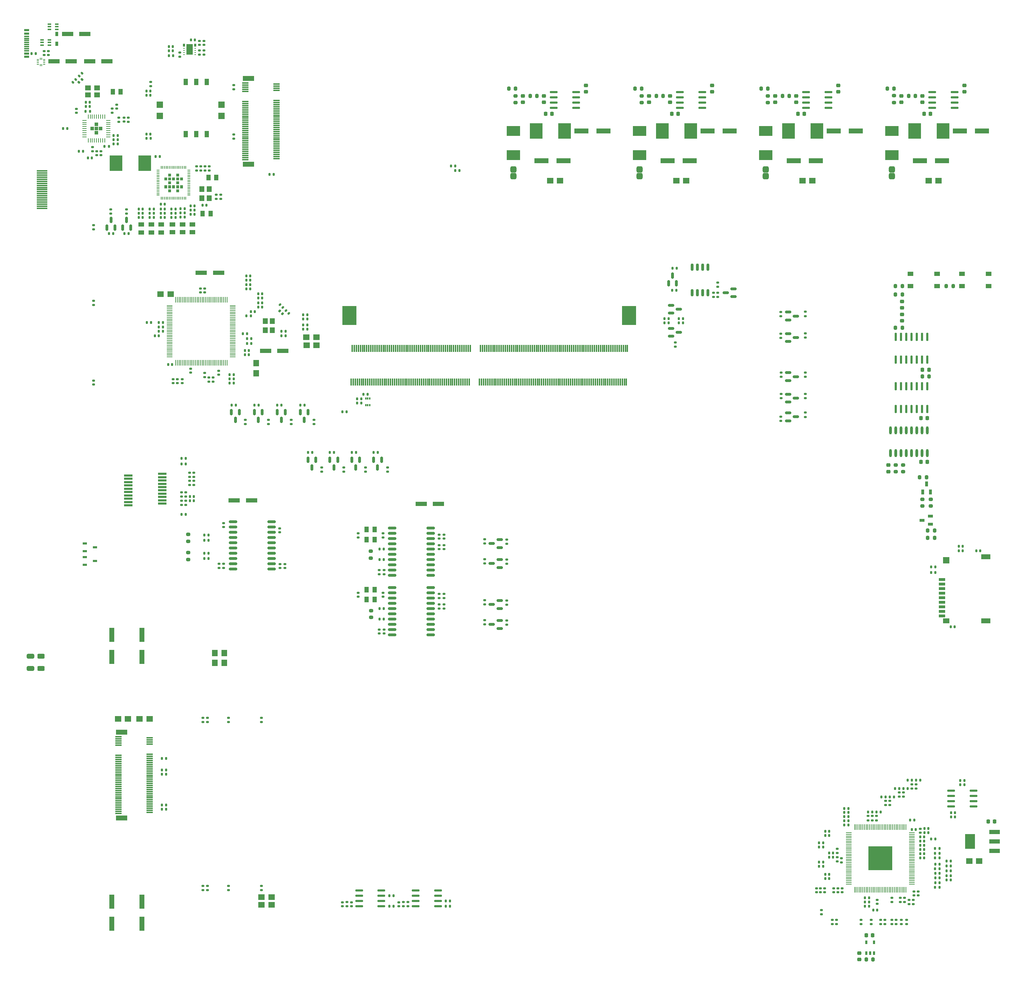
<source format=gtp>
%TF.GenerationSoftware,KiCad,Pcbnew,7.0.8-7.0.8~ubuntu22.04.1*%
%TF.CreationDate,2023-11-07T10:09:23+02:00*%
%TF.ProjectId,Tangenta,54616e67-656e-4746-912e-6b696361645f,rev?*%
%TF.SameCoordinates,Original*%
%TF.FileFunction,Paste,Top*%
%TF.FilePolarity,Positive*%
%FSLAX46Y46*%
G04 Gerber Fmt 4.6, Leading zero omitted, Abs format (unit mm)*
G04 Created by KiCad (PCBNEW 7.0.8-7.0.8~ubuntu22.04.1) date 2023-11-07 10:09:23*
%MOMM*%
%LPD*%
G01*
G04 APERTURE LIST*
G04 Aperture macros list*
%AMRoundRect*
0 Rectangle with rounded corners*
0 $1 Rounding radius*
0 $2 $3 $4 $5 $6 $7 $8 $9 X,Y pos of 4 corners*
0 Add a 4 corners polygon primitive as box body*
4,1,4,$2,$3,$4,$5,$6,$7,$8,$9,$2,$3,0*
0 Add four circle primitives for the rounded corners*
1,1,$1+$1,$2,$3*
1,1,$1+$1,$4,$5*
1,1,$1+$1,$6,$7*
1,1,$1+$1,$8,$9*
0 Add four rect primitives between the rounded corners*
20,1,$1+$1,$2,$3,$4,$5,0*
20,1,$1+$1,$4,$5,$6,$7,0*
20,1,$1+$1,$6,$7,$8,$9,0*
20,1,$1+$1,$8,$9,$2,$3,0*%
G04 Aperture macros list end*
%ADD10C,0.100000*%
%ADD11RoundRect,0.135000X-0.135000X-0.185000X0.135000X-0.185000X0.135000X0.185000X-0.135000X0.185000X0*%
%ADD12RoundRect,0.140000X-0.140000X-0.170000X0.140000X-0.170000X0.140000X0.170000X-0.140000X0.170000X0*%
%ADD13RoundRect,0.140000X0.170000X-0.140000X0.170000X0.140000X-0.170000X0.140000X-0.170000X-0.140000X0*%
%ADD14RoundRect,0.225000X-0.225000X-0.250000X0.225000X-0.250000X0.225000X0.250000X-0.225000X0.250000X0*%
%ADD15RoundRect,0.135000X0.185000X-0.135000X0.185000X0.135000X-0.185000X0.135000X-0.185000X-0.135000X0*%
%ADD16RoundRect,0.140000X-0.170000X0.140000X-0.170000X-0.140000X0.170000X-0.140000X0.170000X0.140000X0*%
%ADD17RoundRect,0.135000X-0.185000X0.135000X-0.185000X-0.135000X0.185000X-0.135000X0.185000X0.135000X0*%
%ADD18RoundRect,0.225000X-0.250000X0.225000X-0.250000X-0.225000X0.250000X-0.225000X0.250000X0.225000X0*%
%ADD19RoundRect,0.225000X0.250000X-0.225000X0.250000X0.225000X-0.250000X0.225000X-0.250000X-0.225000X0*%
%ADD20R,0.916002X0.350013*%
%ADD21R,1.377013X1.132537*%
%ADD22RoundRect,0.140000X0.140000X0.170000X-0.140000X0.170000X-0.140000X-0.170000X0.140000X-0.170000X0*%
%ADD23RoundRect,0.200000X0.200000X0.275000X-0.200000X0.275000X-0.200000X-0.275000X0.200000X-0.275000X0*%
%ADD24R,1.132537X1.377013*%
%ADD25O,0.200000X1.500000*%
%ADD26O,1.500000X0.200000*%
%ADD27R,5.800000X5.800000*%
%ADD28R,2.800000X1.100000*%
%ADD29RoundRect,0.150000X-0.587500X-0.150000X0.587500X-0.150000X0.587500X0.150000X-0.587500X0.150000X0*%
%ADD30RoundRect,0.365853X-0.384147X0.384147X-0.384147X-0.384147X0.384147X-0.384147X0.384147X0.384147X0*%
%ADD31R,2.000000X0.500000*%
%ADD32R,1.500000X1.358903*%
%ADD33R,1.024994X0.280010*%
%ADD34R,0.280010X1.024994*%
%ADD35R,0.850000X0.850000*%
%ADD36R,3.500000X1.200000*%
%ADD37R,1.550000X0.300000*%
%ADD38R,2.750000X1.200000*%
%ADD39RoundRect,0.135000X0.135000X0.185000X-0.135000X0.185000X-0.135000X-0.185000X0.135000X-0.185000X0*%
%ADD40R,1.600000X0.700000*%
%ADD41R,1.500000X1.200000*%
%ADD42R,2.200000X1.200000*%
%ADD43R,1.500000X1.600000*%
%ADD44R,1.200000X3.500000*%
%ADD45R,2.500000X1.100000*%
%ADD46R,2.340005X3.600000*%
%ADD47RoundRect,0.150000X0.875000X0.150000X-0.875000X0.150000X-0.875000X-0.150000X0.875000X-0.150000X0*%
%ADD48RoundRect,0.200000X0.275000X-0.200000X0.275000X0.200000X-0.275000X0.200000X-0.275000X-0.200000X0*%
%ADD49RoundRect,0.150000X-0.150000X0.587500X-0.150000X-0.587500X0.150000X-0.587500X0.150000X0.587500X0*%
%ADD50R,1.400000X1.100000*%
%ADD51R,0.300000X0.500000*%
%ADD52RoundRect,0.225000X0.225000X0.250000X-0.225000X0.250000X-0.225000X-0.250000X0.225000X-0.250000X0*%
%ADD53R,0.700000X1.250013*%
%ADD54R,1.200000X1.400000*%
%ADD55R,3.200000X2.400000*%
%ADD56R,0.300000X1.750000*%
%ADD57R,3.500000X4.600000*%
%ADD58O,0.200000X0.700000*%
%ADD59O,0.700000X0.200000*%
%ADD60R,1.358903X1.500000*%
%ADD61R,3.029997X3.820015*%
%ADD62RoundRect,0.200000X-0.200000X-0.275000X0.200000X-0.275000X0.200000X0.275000X-0.200000X0.275000X0*%
%ADD63RoundRect,0.140000X-0.219203X-0.021213X-0.021213X-0.219203X0.219203X0.021213X0.021213X0.219203X0*%
%ADD64RoundRect,0.150000X0.587500X0.150000X-0.587500X0.150000X-0.587500X-0.150000X0.587500X-0.150000X0*%
%ADD65O,0.602007X1.970993*%
%ADD66RoundRect,0.200000X-0.275000X0.200000X-0.275000X-0.200000X0.275000X-0.200000X0.275000X0.200000X0*%
%ADD67O,0.700000X1.800000*%
%ADD68RoundRect,0.140000X0.021213X-0.219203X0.219203X-0.021213X-0.021213X0.219203X-0.219203X0.021213X0*%
%ADD69R,1.070003X0.600000*%
%ADD70RoundRect,0.135000X-0.226274X-0.035355X-0.035355X-0.226274X0.226274X0.035355X0.035355X0.226274X0*%
%ADD71R,1.000000X1.500000*%
%ADD72R,1.600000X1.500000*%
%ADD73RoundRect,0.140000X-0.021213X0.219203X-0.219203X0.021213X0.021213X-0.219203X0.219203X-0.021213X0*%
%ADD74RoundRect,0.250000X-0.625000X0.312500X-0.625000X-0.312500X0.625000X-0.312500X0.625000X0.312500X0*%
%ADD75RoundRect,0.140000X0.219203X0.021213X0.021213X0.219203X-0.219203X-0.021213X-0.021213X-0.219203X0*%
%ADD76O,1.950216X0.568402*%
%ADD77R,0.500000X0.900000*%
%ADD78R,1.400000X1.200000*%
%ADD79R,0.200000X0.505004*%
%ADD80R,0.505004X0.200000*%
%ADD81RoundRect,0.150000X0.150000X-0.587500X0.150000X0.587500X-0.150000X0.587500X-0.150000X-0.587500X0*%
%ADD82R,0.750013X1.000000*%
%ADD83R,1.150013X0.600000*%
%ADD84R,1.150013X0.300000*%
%ADD85RoundRect,0.250000X0.650000X-0.325000X0.650000X0.325000X-0.650000X0.325000X-0.650000X-0.325000X0*%
%ADD86R,1.250013X0.700000*%
%ADD87R,2.600000X0.300000*%
%ADD88O,0.573990X2.037998*%
%ADD89R,1.459995X0.200000*%
%ADD90R,0.200000X1.459995*%
%ADD91RoundRect,0.135000X0.035355X-0.226274X0.226274X-0.035355X-0.035355X0.226274X-0.226274X0.035355X0*%
%ADD92R,0.500000X0.750013*%
%ADD93R,0.450013X0.250013*%
%ADD94R,1.500000X2.500000*%
G04 APERTURE END LIST*
D10*
X78714000Y-64823000D02*
X78114000Y-64823000D01*
X78114000Y-64223000D01*
X78714000Y-64223000D01*
X78714000Y-64823000D01*
G36*
X78714000Y-64823000D02*
G01*
X78114000Y-64823000D01*
X78114000Y-64223000D01*
X78714000Y-64223000D01*
X78714000Y-64823000D01*
G37*
X76814000Y-64823000D02*
X76214000Y-64823000D01*
X76214000Y-64223000D01*
X76814000Y-64223000D01*
X76814000Y-64823000D01*
G36*
X76814000Y-64823000D02*
G01*
X76214000Y-64823000D01*
X76214000Y-64223000D01*
X76814000Y-64223000D01*
X76814000Y-64823000D01*
G37*
X79664000Y-65773000D02*
X79064000Y-65773000D01*
X79064000Y-65173000D01*
X79664000Y-65173000D01*
X79664000Y-65773000D01*
G36*
X79664000Y-65773000D02*
G01*
X79064000Y-65773000D01*
X79064000Y-65173000D01*
X79664000Y-65173000D01*
X79664000Y-65773000D01*
G37*
X78714000Y-65773000D02*
X78114000Y-65773000D01*
X78114000Y-65173000D01*
X78714000Y-65173000D01*
X78714000Y-65773000D01*
G36*
X78714000Y-65773000D02*
G01*
X78114000Y-65773000D01*
X78114000Y-65173000D01*
X78714000Y-65173000D01*
X78714000Y-65773000D01*
G37*
X77764000Y-65773000D02*
X77164000Y-65773000D01*
X77164000Y-65173000D01*
X77764000Y-65173000D01*
X77764000Y-65773000D01*
G36*
X77764000Y-65773000D02*
G01*
X77164000Y-65773000D01*
X77164000Y-65173000D01*
X77764000Y-65173000D01*
X77764000Y-65773000D01*
G37*
X76814000Y-65773000D02*
X76214000Y-65773000D01*
X76214000Y-65173000D01*
X76814000Y-65173000D01*
X76814000Y-65773000D01*
G36*
X76814000Y-65773000D02*
G01*
X76214000Y-65773000D01*
X76214000Y-65173000D01*
X76814000Y-65173000D01*
X76814000Y-65773000D01*
G37*
X75864000Y-65773000D02*
X75264000Y-65773000D01*
X75264000Y-65173000D01*
X75864000Y-65173000D01*
X75864000Y-65773000D01*
G36*
X75864000Y-65773000D02*
G01*
X75264000Y-65773000D01*
X75264000Y-65173000D01*
X75864000Y-65173000D01*
X75864000Y-65773000D01*
G37*
X78714000Y-66723000D02*
X78114000Y-66723000D01*
X78114000Y-66123000D01*
X78714000Y-66123000D01*
X78714000Y-66723000D01*
G36*
X78714000Y-66723000D02*
G01*
X78114000Y-66723000D01*
X78114000Y-66123000D01*
X78714000Y-66123000D01*
X78714000Y-66723000D01*
G37*
X76814000Y-66723000D02*
X76214000Y-66723000D01*
X76214000Y-66123000D01*
X76814000Y-66123000D01*
X76814000Y-66723000D01*
G36*
X76814000Y-66723000D02*
G01*
X76214000Y-66723000D01*
X76214000Y-66123000D01*
X76814000Y-66123000D01*
X76814000Y-66723000D01*
G37*
X79664000Y-67673000D02*
X79064000Y-67673000D01*
X79064000Y-67073000D01*
X79664000Y-67073000D01*
X79664000Y-67673000D01*
G36*
X79664000Y-67673000D02*
G01*
X79064000Y-67673000D01*
X79064000Y-67073000D01*
X79664000Y-67073000D01*
X79664000Y-67673000D01*
G37*
X78714000Y-67673000D02*
X78114000Y-67673000D01*
X78114000Y-67073000D01*
X78714000Y-67073000D01*
X78714000Y-67673000D01*
G36*
X78714000Y-67673000D02*
G01*
X78114000Y-67673000D01*
X78114000Y-67073000D01*
X78714000Y-67073000D01*
X78714000Y-67673000D01*
G37*
X77764000Y-67673000D02*
X77164000Y-67673000D01*
X77164000Y-67073000D01*
X77764000Y-67073000D01*
X77764000Y-67673000D01*
G36*
X77764000Y-67673000D02*
G01*
X77164000Y-67673000D01*
X77164000Y-67073000D01*
X77764000Y-67073000D01*
X77764000Y-67673000D01*
G37*
X76814000Y-67673000D02*
X76214000Y-67673000D01*
X76214000Y-67073000D01*
X76814000Y-67073000D01*
X76814000Y-67673000D01*
G36*
X76814000Y-67673000D02*
G01*
X76214000Y-67673000D01*
X76214000Y-67073000D01*
X76814000Y-67073000D01*
X76814000Y-67673000D01*
G37*
X75864000Y-67673000D02*
X75264000Y-67673000D01*
X75264000Y-67073000D01*
X75864000Y-67073000D01*
X75864000Y-67673000D01*
G36*
X75864000Y-67673000D02*
G01*
X75264000Y-67673000D01*
X75264000Y-67073000D01*
X75864000Y-67073000D01*
X75864000Y-67673000D01*
G37*
X78714000Y-68623000D02*
X78114000Y-68623000D01*
X78114000Y-68023000D01*
X78714000Y-68023000D01*
X78714000Y-68623000D01*
G36*
X78714000Y-68623000D02*
G01*
X78114000Y-68623000D01*
X78114000Y-68023000D01*
X78714000Y-68023000D01*
X78714000Y-68623000D01*
G37*
X76814000Y-68623000D02*
X76214000Y-68623000D01*
X76214000Y-68023000D01*
X76814000Y-68023000D01*
X76814000Y-68623000D01*
G36*
X76814000Y-68623000D02*
G01*
X76214000Y-68623000D01*
X76214000Y-68023000D01*
X76814000Y-68023000D01*
X76814000Y-68623000D01*
G37*
D11*
X94204600Y-102920800D03*
X95224600Y-102920800D03*
D12*
X233454000Y-226009200D03*
X234414000Y-226009200D03*
D13*
X128324400Y-161056200D03*
X128324400Y-160096200D03*
D14*
X274283435Y-220853000D03*
X275833435Y-220853000D03*
D12*
X70944800Y-44246800D03*
X71904800Y-44246800D03*
D15*
X152677100Y-153661800D03*
X152677100Y-152641800D03*
D11*
X76327000Y-35687000D03*
X77347000Y-35687000D03*
D16*
X118287800Y-240390800D03*
X118287800Y-241350800D03*
D12*
X234927200Y-234696000D03*
X235887200Y-234696000D03*
D13*
X58191400Y-77670600D03*
X58191400Y-76710600D03*
D17*
X157960300Y-152718000D03*
X157960300Y-153738000D03*
D18*
X268599000Y-42887600D03*
X268599000Y-44437600D03*
D15*
X243611400Y-245670800D03*
X243611400Y-244650800D03*
D11*
X129604224Y-241350801D03*
X130624224Y-241350801D03*
D19*
X253486000Y-96662000D03*
X253486000Y-95112000D03*
D20*
X45700948Y-31862013D03*
X45700948Y-32512000D03*
X45700948Y-33161987D03*
X47517052Y-33161987D03*
X47517052Y-32512000D03*
X47517052Y-31862013D03*
D21*
X79629000Y-78410818D03*
X79629000Y-76478382D03*
D15*
X84836000Y-35433000D03*
X84836000Y-34413000D03*
D20*
X47478948Y-28052013D03*
X47478948Y-28702000D03*
X47478948Y-29351987D03*
X49295052Y-29351987D03*
X49295052Y-28702000D03*
X49295052Y-28052013D03*
D22*
X82550000Y-73025000D03*
X81590000Y-73025000D03*
D13*
X208991200Y-94002800D03*
X208991200Y-93042800D03*
D23*
X165284000Y-45466000D03*
X163634000Y-45466000D03*
D12*
X73939400Y-100253800D03*
X74899400Y-100253800D03*
D16*
X142797000Y-165864600D03*
X142797000Y-166824600D03*
D24*
X86437218Y-73886000D03*
X84504782Y-73886000D03*
D13*
X103249200Y-159560200D03*
X103249200Y-158600200D03*
D25*
X242022953Y-237386597D03*
X242423003Y-237386597D03*
X242823054Y-237386597D03*
X243223105Y-237386597D03*
X243623156Y-237386597D03*
X244023207Y-237386597D03*
X244423257Y-237386597D03*
X244823054Y-237386597D03*
X245223359Y-237386597D03*
X245623156Y-237386597D03*
X246023461Y-237386597D03*
X246423003Y-237386597D03*
X246823562Y-237386597D03*
X247223105Y-237386597D03*
X247623156Y-237386597D03*
X248023207Y-237386597D03*
X248423003Y-237386597D03*
X248823054Y-237386597D03*
X249223105Y-237386597D03*
X249622648Y-237386597D03*
X250023207Y-237386597D03*
X250422749Y-237386597D03*
X250823054Y-237386597D03*
X251222851Y-237386597D03*
X251623156Y-237386597D03*
X252022953Y-237386597D03*
X252423003Y-237386597D03*
X252823054Y-237386597D03*
X253223105Y-237386597D03*
X253623156Y-237386597D03*
X254023207Y-237386597D03*
X254423257Y-237386597D03*
D26*
X255822800Y-235987054D03*
X255822800Y-235587004D03*
X255822800Y-235186953D03*
X255822800Y-234786902D03*
X255822800Y-234386851D03*
X255822800Y-233986800D03*
X255822800Y-233586750D03*
X255822800Y-233186953D03*
X255822800Y-232786648D03*
X255822800Y-232386851D03*
X255822800Y-231986546D03*
X255822800Y-231587004D03*
X255822800Y-231186445D03*
X255822800Y-230786902D03*
X255822800Y-230386851D03*
X255822800Y-229986800D03*
X255822800Y-229587004D03*
X255822800Y-229186953D03*
X255822800Y-228786902D03*
X255822800Y-228387359D03*
X255822800Y-227986800D03*
X255822800Y-227587258D03*
X255822800Y-227186953D03*
X255822800Y-226787156D03*
X255822800Y-226386851D03*
X255822800Y-225987054D03*
X255822800Y-225587004D03*
X255822800Y-225186953D03*
X255822800Y-224786902D03*
X255822800Y-224386851D03*
X255822800Y-223986800D03*
X255822800Y-223586750D03*
D25*
X254423257Y-222187207D03*
X254023207Y-222187207D03*
X253623156Y-222187207D03*
X253223105Y-222187207D03*
X252823054Y-222187207D03*
X252423003Y-222187207D03*
X252022953Y-222187207D03*
X251623156Y-222187207D03*
X251222851Y-222187207D03*
X250823054Y-222187207D03*
X250422749Y-222187207D03*
X250023207Y-222187207D03*
X249622648Y-222187207D03*
X249223105Y-222187207D03*
X248823054Y-222187207D03*
X248423003Y-222187207D03*
X248023207Y-222187207D03*
X247623156Y-222187207D03*
X247223105Y-222187207D03*
X246823562Y-222187207D03*
X246423003Y-222187207D03*
X246023461Y-222187207D03*
X245623156Y-222187207D03*
X245223359Y-222187207D03*
X244823054Y-222187207D03*
X244423257Y-222187207D03*
X244023207Y-222187207D03*
X243623156Y-222187207D03*
X243223105Y-222187207D03*
X242823054Y-222187207D03*
X242423003Y-222187207D03*
X242022953Y-222187207D03*
D26*
X240623410Y-223586750D03*
X240623410Y-223986800D03*
X240623410Y-224386851D03*
X240623410Y-224786902D03*
X240623410Y-225186953D03*
X240623410Y-225587004D03*
X240623410Y-225987054D03*
X240623410Y-226386851D03*
X240623410Y-226787156D03*
X240623410Y-227186953D03*
X240623410Y-227587258D03*
X240623410Y-227986800D03*
X240623410Y-228387359D03*
X240623410Y-228786902D03*
X240623410Y-229186953D03*
X240623410Y-229587004D03*
X240623410Y-229986800D03*
X240623410Y-230386851D03*
X240623410Y-230786902D03*
X240623410Y-231186445D03*
X240623410Y-231587004D03*
X240623410Y-231986546D03*
X240623410Y-232386851D03*
X240623410Y-232786648D03*
X240623410Y-233186953D03*
X240623410Y-233586750D03*
X240623410Y-233986800D03*
X240623410Y-234386851D03*
X240623410Y-234786902D03*
X240623410Y-235186953D03*
X240623410Y-235587004D03*
X240623410Y-235987054D03*
D27*
X248223105Y-229786902D03*
D11*
X108760800Y-99339400D03*
X109780800Y-99339400D03*
D17*
X64262000Y-50673000D03*
X64262000Y-51693000D03*
D28*
X88383876Y-88214200D03*
X84183724Y-88214200D03*
D29*
X197662800Y-101636000D03*
X197662800Y-103536000D03*
X199537800Y-102586000D03*
D19*
X197479000Y-47003000D03*
X197479000Y-45453000D03*
D30*
X190113000Y-63200000D03*
X190113000Y-64830000D03*
D31*
X66537451Y-137214349D03*
X66537451Y-138014451D03*
X66537451Y-138814298D03*
X66537451Y-139614400D03*
X66537451Y-140414248D03*
X66537451Y-141214349D03*
X66537451Y-142014451D03*
X66537451Y-142814298D03*
X66537451Y-143614400D03*
X66537451Y-144414502D03*
X74737349Y-144014451D03*
X74737349Y-143214349D03*
X74737349Y-142414502D03*
X74737349Y-141614400D03*
X74737349Y-140814298D03*
X74737349Y-140014451D03*
X74737349Y-139214349D03*
X74737349Y-138414248D03*
X74737349Y-137614400D03*
X74737349Y-136814298D03*
D32*
X111994698Y-103784400D03*
X109594902Y-103784400D03*
D15*
X62349000Y-73916000D03*
X62349000Y-72896000D03*
D33*
X56001000Y-51333873D03*
X56001000Y-51834000D03*
X56001000Y-52333873D03*
X56001000Y-52834000D03*
X56001000Y-53333873D03*
X56001000Y-53834000D03*
X56001000Y-54333873D03*
X56001000Y-54834000D03*
X56001000Y-55333873D03*
D34*
X56863586Y-56196459D03*
X57363459Y-56196459D03*
X57863586Y-56196459D03*
X58363459Y-56196459D03*
X58863586Y-56196459D03*
X59363459Y-56196459D03*
X59863586Y-56196459D03*
X60363459Y-56196459D03*
X60863586Y-56196459D03*
D33*
X61726172Y-55333873D03*
X61726172Y-54834000D03*
X61726172Y-54333873D03*
X61726172Y-53834000D03*
X61726172Y-53333873D03*
X61726172Y-52834000D03*
X61726172Y-52333873D03*
X61726172Y-51834000D03*
X61726172Y-51333873D03*
D34*
X60863586Y-50471287D03*
X60363459Y-50471287D03*
X59863586Y-50471287D03*
X59363459Y-50471287D03*
X58863586Y-50471287D03*
X58363459Y-50471287D03*
X57863586Y-50471287D03*
X57363459Y-50471287D03*
X56863586Y-50471287D03*
D35*
X58863586Y-52333873D03*
X59863586Y-53333873D03*
X58863586Y-53333873D03*
X57863586Y-53333873D03*
X58863586Y-54333873D03*
D36*
X242313053Y-53949600D03*
X236972947Y-53949600D03*
D11*
X108762800Y-101828600D03*
X109782800Y-101828600D03*
X129604224Y-238785401D03*
X130624224Y-238785401D03*
D29*
X197662800Y-96048000D03*
X197662800Y-97948000D03*
X199537800Y-96998000D03*
D37*
X64179000Y-218903600D03*
X71729000Y-218653600D03*
X64179000Y-218403600D03*
X71729000Y-218153600D03*
X64179000Y-217903600D03*
X71729000Y-217653600D03*
X64179000Y-217403600D03*
X71729000Y-217153600D03*
X64179000Y-216903600D03*
X71729000Y-216653600D03*
X64179000Y-216403600D03*
X71729000Y-216153600D03*
X64179000Y-215903600D03*
X71729000Y-215653600D03*
X64179000Y-215403600D03*
X71729000Y-215153600D03*
X64179000Y-214903600D03*
X71729000Y-214653600D03*
X64179000Y-214403600D03*
X71729000Y-214153600D03*
X64179000Y-213903600D03*
X71729000Y-213653600D03*
X64179000Y-213403600D03*
X71729000Y-213153600D03*
X64179000Y-212903600D03*
X71729000Y-212653600D03*
X64179000Y-212403600D03*
X71729000Y-212153600D03*
X64179000Y-211903600D03*
X71729000Y-211653600D03*
X64179000Y-211403600D03*
X71729000Y-211153600D03*
X64179000Y-210903600D03*
X71729000Y-210653600D03*
X64179000Y-210403600D03*
X71729000Y-210153600D03*
X64179000Y-209903600D03*
X71729000Y-209653600D03*
X64179000Y-209403600D03*
X71729000Y-209153600D03*
X64179000Y-208903600D03*
X71729000Y-208653600D03*
X64179000Y-208403600D03*
X71729000Y-208153600D03*
X64179000Y-207903600D03*
X71729000Y-207653600D03*
X64179000Y-207403600D03*
X71729000Y-207153600D03*
X64179000Y-206903600D03*
X71729000Y-206653600D03*
X64179000Y-206403600D03*
X71729000Y-206153600D03*
X64179000Y-205903600D03*
X71729000Y-205653600D03*
X64179000Y-205403600D03*
X71729000Y-205153600D03*
X64179000Y-204903600D03*
X71729000Y-204653600D03*
X64179000Y-202403600D03*
X71729000Y-202153600D03*
X64179000Y-201903600D03*
X71729000Y-201653600D03*
X64179000Y-201403600D03*
X71729000Y-201153600D03*
X64179000Y-200903600D03*
X71729000Y-200653600D03*
X64179000Y-200403600D03*
D38*
X64953000Y-220003600D03*
X64953000Y-199303600D03*
D39*
X122834400Y-118668800D03*
X121814400Y-118668800D03*
D13*
X78994000Y-35941000D03*
X78994000Y-34981000D03*
D16*
X142802400Y-151513600D03*
X142802400Y-152473600D03*
D12*
X265229400Y-173812200D03*
X266189400Y-173812200D03*
D13*
X122096000Y-166522400D03*
X122096000Y-165562400D03*
D16*
X134102024Y-240383241D03*
X134102024Y-241343241D03*
D39*
X262511000Y-229666800D03*
X261491000Y-229666800D03*
D13*
X237007400Y-237970000D03*
X237007400Y-237010000D03*
D40*
X263143910Y-162342064D03*
X263143910Y-163441886D03*
X263143910Y-164541962D03*
X263143910Y-165642038D03*
X263143910Y-166742114D03*
X263143910Y-167841936D03*
X263143910Y-168942013D03*
X263143910Y-170042089D03*
X263143910Y-171141911D03*
D41*
X264143910Y-172342064D03*
D42*
X273744114Y-172342064D03*
D43*
X264143910Y-157742114D03*
D42*
X273744114Y-156841936D03*
D39*
X80418400Y-133096000D03*
X79398400Y-133096000D03*
D15*
X237642400Y-245670800D03*
X237642400Y-244650800D03*
D24*
X126038400Y-152704800D03*
X124105964Y-152704800D03*
D15*
X252069600Y-245668800D03*
X252069600Y-244648800D03*
D44*
X69844000Y-240282947D03*
X69844000Y-245623053D03*
D39*
X262511000Y-228574600D03*
X261491000Y-228574600D03*
D24*
X126034018Y-164797800D03*
X124101582Y-164797800D03*
D45*
X275867564Y-227978975D03*
X275867564Y-225679000D03*
X275867564Y-223379025D03*
D46*
X269927635Y-225679000D03*
D11*
X74668000Y-205615000D03*
X75688000Y-205615000D03*
D47*
X139627400Y-161366200D03*
X139627400Y-160096200D03*
X139627400Y-158826200D03*
X139627400Y-157556200D03*
X139627400Y-156286200D03*
X139627400Y-155016200D03*
X139627400Y-153746200D03*
X139627400Y-152476200D03*
X139627400Y-151206200D03*
X139627400Y-149936200D03*
X130327400Y-149936200D03*
X130327400Y-151206200D03*
X130327400Y-152476200D03*
X130327400Y-153746200D03*
X130327400Y-155016200D03*
X130327400Y-156286200D03*
X130327400Y-157556200D03*
X130327400Y-158826200D03*
X130327400Y-160096200D03*
X130327400Y-161366200D03*
D17*
X250514200Y-215898000D03*
X250514200Y-216918000D03*
D16*
X103124000Y-150015000D03*
X103124000Y-150975000D03*
D17*
X81356200Y-136521000D03*
X81356200Y-137541000D03*
D13*
X81584800Y-112367000D03*
X81584800Y-111407000D03*
D15*
X251053600Y-245670800D03*
X251053600Y-244650800D03*
D37*
X94792000Y-60812000D03*
X102342000Y-60562000D03*
X94792000Y-60312000D03*
X102342000Y-60062000D03*
X94792000Y-59812000D03*
X102342000Y-59562000D03*
X94792000Y-59312000D03*
X102342000Y-59062000D03*
X94792000Y-58812000D03*
X102342000Y-58562000D03*
X94792000Y-58312000D03*
X102342000Y-58062000D03*
X94792000Y-57812000D03*
X102342000Y-57562000D03*
X94792000Y-57312000D03*
X102342000Y-57062000D03*
X94792000Y-56812000D03*
X102342000Y-56562000D03*
X94792000Y-56312000D03*
X102342000Y-56062000D03*
X94792000Y-55812000D03*
X102342000Y-55562000D03*
X94792000Y-55312000D03*
X102342000Y-55062000D03*
X94792000Y-54812000D03*
X102342000Y-54562000D03*
X94792000Y-54312000D03*
X102342000Y-54062000D03*
X94792000Y-53812000D03*
X102342000Y-53562000D03*
X94792000Y-53312000D03*
X102342000Y-53062000D03*
X94792000Y-52812000D03*
X102342000Y-52562000D03*
X94792000Y-52312000D03*
X102342000Y-52062000D03*
X94792000Y-51812000D03*
X102342000Y-51562000D03*
X94792000Y-51312000D03*
X102342000Y-51062000D03*
X94792000Y-50812000D03*
X102342000Y-50562000D03*
X94792000Y-50312000D03*
X102342000Y-50062000D03*
X94792000Y-49812000D03*
X102342000Y-49562000D03*
X94792000Y-49312000D03*
X102342000Y-49062000D03*
X94792000Y-48812000D03*
X102342000Y-48562000D03*
X94792000Y-48312000D03*
X102342000Y-48062000D03*
X94792000Y-47812000D03*
X102342000Y-47562000D03*
X94792000Y-47312000D03*
X102342000Y-47062000D03*
X94792000Y-46812000D03*
X102342000Y-46562000D03*
X94792000Y-44312000D03*
X102342000Y-44062000D03*
X94792000Y-43812000D03*
X102342000Y-43562000D03*
X94792000Y-43312000D03*
X102342000Y-43062000D03*
X94792000Y-42812000D03*
X102342000Y-42562000D03*
X94792000Y-42312000D03*
D38*
X95566000Y-61912000D03*
X95566000Y-41212000D03*
D11*
X120546400Y-131673600D03*
X121566400Y-131673600D03*
D12*
X97919600Y-96520000D03*
X98879600Y-96520000D03*
D48*
X260423000Y-144593038D03*
X260423000Y-142943038D03*
D49*
X109992200Y-121896900D03*
X108092200Y-121896900D03*
X109042200Y-123771900D03*
D21*
X74506000Y-78421218D03*
X74506000Y-76488782D03*
D11*
X115263200Y-131673600D03*
X116283200Y-131673600D03*
D12*
X239550000Y-219710000D03*
X240510000Y-219710000D03*
D23*
X261360000Y-150497000D03*
X259710000Y-150497000D03*
D32*
X69279102Y-196090000D03*
X71678898Y-196090000D03*
D50*
X255498600Y-88440000D03*
X261998472Y-88440000D03*
X255498600Y-91440000D03*
X261998472Y-91440000D03*
D51*
X124909200Y-118630825D03*
X124409200Y-118630825D03*
X123909200Y-118630825D03*
X123909200Y-120230775D03*
X124409200Y-120230775D03*
X124909200Y-120230775D03*
D48*
X258391000Y-144593038D03*
X258391000Y-142943038D03*
D12*
X233454000Y-231698800D03*
X234414000Y-231698800D03*
D22*
X70033000Y-74837782D03*
X69073000Y-74837782D03*
X258848800Y-225602800D03*
X257888800Y-225602800D03*
D17*
X118618000Y-135255000D03*
X118618000Y-136275000D03*
D22*
X268170600Y-154330400D03*
X267210600Y-154330400D03*
D39*
X101723000Y-64391000D03*
X100703000Y-64391000D03*
X92000800Y-114858800D03*
X90980800Y-114858800D03*
D12*
X244551200Y-241376200D03*
X245511200Y-241376200D03*
X235886400Y-229491000D03*
X236846400Y-229491000D03*
X74407000Y-71613000D03*
X75367000Y-71613000D03*
D15*
X230149400Y-98655600D03*
X230149400Y-97635600D03*
D11*
X60831000Y-57658000D03*
X61851000Y-57658000D03*
D12*
X50828000Y-53340000D03*
X51788000Y-53340000D03*
X70944800Y-45262800D03*
X71904800Y-45262800D03*
D15*
X224231200Y-103915400D03*
X224231200Y-102895400D03*
D12*
X239550000Y-217703400D03*
X240510000Y-217703400D03*
D15*
X152681700Y-173230000D03*
X152681700Y-172210000D03*
D11*
X127252000Y-169367200D03*
X128272000Y-169367200D03*
D12*
X76975000Y-72805782D03*
X77935000Y-72805782D03*
D52*
X199397000Y-49758600D03*
X197847000Y-49758600D03*
D39*
X75688000Y-217934000D03*
X74668000Y-217934000D03*
D18*
X238119000Y-42887600D03*
X238119000Y-44437600D03*
D17*
X238861600Y-229739000D03*
X238861600Y-230759000D03*
X246323200Y-219555600D03*
X246323200Y-220575600D03*
D15*
X152679400Y-168393800D03*
X152679400Y-167373800D03*
D16*
X142797000Y-168404600D03*
X142797000Y-169364600D03*
D39*
X66669000Y-78742000D03*
X65649000Y-78742000D03*
D53*
X258457038Y-141212038D03*
X260356962Y-141212038D03*
X259407000Y-139212038D03*
D32*
X98755200Y-241048000D03*
X101154996Y-241048000D03*
D39*
X248357200Y-218543600D03*
X247337200Y-218543600D03*
D22*
X85443000Y-71854000D03*
X84483000Y-71854000D03*
D11*
X109954600Y-131673600D03*
X110974600Y-131673600D03*
D15*
X198748400Y-106095200D03*
X198748400Y-105075200D03*
X81356200Y-139498800D03*
X81356200Y-138478800D03*
D17*
X157964900Y-172288200D03*
X157964900Y-173308200D03*
D13*
X58928000Y-59789000D03*
X58928000Y-58829000D03*
D12*
X260555800Y-160705800D03*
X261515800Y-160705800D03*
D39*
X198960200Y-92458300D03*
X197940200Y-92458300D03*
D11*
X198016400Y-87124300D03*
X199036400Y-87124300D03*
D32*
X66471898Y-196090000D03*
X64072102Y-196090000D03*
D11*
X103579200Y-103428800D03*
X104599200Y-103428800D03*
D13*
X78359000Y-114904400D03*
X78359000Y-113944400D03*
D48*
X125196600Y-171513000D03*
X125196600Y-169863000D03*
D15*
X80416400Y-142320200D03*
X80416400Y-141300200D03*
D17*
X83058000Y-62482000D03*
X83058000Y-63502000D03*
X90754200Y-236474000D03*
X90754200Y-237494000D03*
D54*
X99683187Y-99890324D03*
X99683187Y-102090476D03*
X101383213Y-102090476D03*
X101383213Y-99890324D03*
D19*
X227959000Y-47003000D03*
X227959000Y-45453000D03*
D55*
X251073000Y-53949594D03*
X251073000Y-59791606D03*
D13*
X59944000Y-59789000D03*
X59944000Y-58829000D03*
D16*
X141659400Y-154053600D03*
X141659400Y-155013600D03*
X120462224Y-240390801D03*
X120462224Y-241350801D03*
D11*
X118311200Y-121818400D03*
X119331200Y-121818400D03*
D12*
X79177000Y-74753218D03*
X80137000Y-74753218D03*
D39*
X80418400Y-146583400D03*
X79398400Y-146583400D03*
D16*
X47244000Y-34572000D03*
X47244000Y-35532000D03*
D56*
X187148000Y-106454000D03*
X186898000Y-114654000D03*
X186648000Y-106454000D03*
X186398000Y-114654000D03*
X186148000Y-106454000D03*
X185898000Y-114654000D03*
X185648000Y-106454000D03*
X185398000Y-114654000D03*
X185148000Y-106454000D03*
X184898000Y-114654000D03*
X184648000Y-106454000D03*
X184398000Y-114654000D03*
X184148000Y-106454000D03*
X183898000Y-114654000D03*
X183648000Y-106454000D03*
X183398000Y-114654000D03*
X183148000Y-106454000D03*
X182898000Y-114654000D03*
X182648000Y-106454000D03*
X182398000Y-114654000D03*
X182148000Y-106454000D03*
X181898000Y-114654000D03*
X181648000Y-106454000D03*
X181398000Y-114654000D03*
X181148000Y-106454000D03*
X180898000Y-114654000D03*
X180648000Y-106454000D03*
X180398000Y-114654000D03*
X180148000Y-106454000D03*
X179898000Y-114654000D03*
X179648000Y-106454000D03*
X179398000Y-114654000D03*
X179148000Y-106454000D03*
X178898000Y-114654000D03*
X178648000Y-106454000D03*
X178398000Y-114654000D03*
X178148000Y-106454000D03*
X177898000Y-114654000D03*
X177648000Y-106454000D03*
X177398000Y-114654000D03*
X177148000Y-106454000D03*
X176898000Y-114654000D03*
X176648000Y-106454000D03*
X176398000Y-114654000D03*
X176148000Y-106454000D03*
X175898000Y-114654000D03*
X175648000Y-106454000D03*
X175398000Y-114654000D03*
X175148000Y-106454000D03*
X174898000Y-114654000D03*
X174648000Y-106454000D03*
X174398000Y-114654000D03*
X174148000Y-106454000D03*
X173898000Y-114654000D03*
X173648000Y-106454000D03*
X173398000Y-114654000D03*
X173148000Y-106454000D03*
X172898000Y-114654000D03*
X172648000Y-106454000D03*
X172398000Y-114654000D03*
X172148000Y-106454000D03*
X171898000Y-114654000D03*
X171648000Y-106454000D03*
X171398000Y-114654000D03*
X171148000Y-106454000D03*
X170898000Y-114654000D03*
X170648000Y-106454000D03*
X170398000Y-114654000D03*
X170148000Y-106454000D03*
X169898000Y-114654000D03*
X169648000Y-106454000D03*
X169398000Y-114654000D03*
X169148000Y-106454000D03*
X168898000Y-114654000D03*
X168648000Y-106454000D03*
X168398000Y-114654000D03*
X168148000Y-106454000D03*
X167898000Y-114654000D03*
X167648000Y-106454000D03*
X167398000Y-114654000D03*
X167148000Y-106454000D03*
X166898000Y-114654000D03*
X166648000Y-106454000D03*
X166398000Y-114654000D03*
X166148000Y-106454000D03*
X165898000Y-114654000D03*
X165648000Y-106454000D03*
X165398000Y-114654000D03*
X165148000Y-106454000D03*
X164898000Y-114654000D03*
X164648000Y-106454000D03*
X164398000Y-114654000D03*
X164148000Y-106454000D03*
X163898000Y-114654000D03*
X163648000Y-106454000D03*
X163398000Y-114654000D03*
X163148000Y-106454000D03*
X162898000Y-114654000D03*
X162648000Y-106454000D03*
X162398000Y-114654000D03*
X162148000Y-106454000D03*
X161898000Y-114654000D03*
X161648000Y-106454000D03*
X161398000Y-114654000D03*
X161148000Y-106454000D03*
X160898000Y-114654000D03*
X160648000Y-106454000D03*
X160398000Y-114654000D03*
X160148000Y-106454000D03*
X159898000Y-114654000D03*
X159648000Y-106454000D03*
X159398000Y-114654000D03*
X159148000Y-106454000D03*
X158898000Y-114654000D03*
X158648000Y-106454000D03*
X158398000Y-114654000D03*
X158148000Y-106454000D03*
X157898000Y-114654000D03*
X157648000Y-106454000D03*
X157398000Y-114654000D03*
X157148000Y-106454000D03*
X156898000Y-114654000D03*
X156648000Y-106454000D03*
X156398000Y-114654000D03*
X156148000Y-106454000D03*
X155898000Y-114654000D03*
X155648000Y-106454000D03*
X155398000Y-114654000D03*
X155148000Y-106454000D03*
X154898000Y-114654000D03*
X154648000Y-106454000D03*
X154398000Y-114654000D03*
X154148000Y-106454000D03*
X153898000Y-114654000D03*
X153648000Y-106454000D03*
X153398000Y-114654000D03*
X153148000Y-106454000D03*
X152898000Y-114654000D03*
X152648000Y-106454000D03*
X152398000Y-114654000D03*
X152148000Y-106454000D03*
X151898000Y-114654000D03*
X151648000Y-106454000D03*
X151398000Y-114654000D03*
X149148000Y-106454000D03*
X148898000Y-114654000D03*
X148648000Y-106454000D03*
X148398000Y-114654000D03*
X148148000Y-106454000D03*
X147898000Y-114654000D03*
X147648000Y-106454000D03*
X147398000Y-114654000D03*
X147148000Y-106454000D03*
X146898000Y-114654000D03*
X146648000Y-106454000D03*
X146398000Y-114654000D03*
X146148000Y-106454000D03*
X145898000Y-114654000D03*
X145648000Y-106454000D03*
X145398000Y-114654000D03*
X145148000Y-106454000D03*
X144898000Y-114654000D03*
X144648000Y-106454000D03*
X144398000Y-114654000D03*
X144148000Y-106454000D03*
X143898000Y-114654000D03*
X143648000Y-106454000D03*
X143398000Y-114654000D03*
X143148000Y-106454000D03*
X142898000Y-114654000D03*
X142648000Y-106454000D03*
X142398000Y-114654000D03*
X142148000Y-106454000D03*
X141898000Y-114654000D03*
X141648000Y-106454000D03*
X141398000Y-114654000D03*
X141148000Y-106454000D03*
X140898000Y-114654000D03*
X140648000Y-106454000D03*
X140398000Y-114654000D03*
X140148000Y-106454000D03*
X139898000Y-114654000D03*
X139648000Y-106454000D03*
X139398000Y-114654000D03*
X139148000Y-106454000D03*
X138898000Y-114654000D03*
X138648000Y-106454000D03*
X138398000Y-114654000D03*
X138148000Y-106454000D03*
X137898000Y-114654000D03*
X137648000Y-106454000D03*
X137398000Y-114654000D03*
X137148000Y-106454000D03*
X136898000Y-114654000D03*
X136648000Y-106454000D03*
X136398000Y-114654000D03*
X136148000Y-106454000D03*
X135898000Y-114654000D03*
X135648000Y-106454000D03*
X135398000Y-114654000D03*
X135148000Y-106454000D03*
X134898000Y-114654000D03*
X134648000Y-106454000D03*
X134398000Y-114654000D03*
X134148000Y-106454000D03*
X133898000Y-114654000D03*
X133648000Y-106454000D03*
X133398000Y-114654000D03*
X133148000Y-106454000D03*
X132898000Y-114654000D03*
X132648000Y-106454000D03*
X132398000Y-114654000D03*
X132148000Y-106454000D03*
X131898000Y-114654000D03*
X131648000Y-106454000D03*
X131398000Y-114654000D03*
X131148000Y-106454000D03*
X130898000Y-114654000D03*
X130648000Y-106454000D03*
X130398000Y-114654000D03*
X130148000Y-106454000D03*
X129898000Y-114654000D03*
X129648000Y-106454000D03*
X129398000Y-114654000D03*
X129148000Y-106454000D03*
X128898000Y-114654000D03*
X128648000Y-106454000D03*
X128398000Y-114654000D03*
X128148000Y-106454000D03*
X127898000Y-114654000D03*
X127648000Y-106454000D03*
X127398000Y-114654000D03*
X127148000Y-106454000D03*
X126898000Y-114654000D03*
X126648000Y-106454000D03*
X126398000Y-114654000D03*
X126148000Y-106454000D03*
X125898000Y-114654000D03*
X125648000Y-106454000D03*
X125398000Y-114654000D03*
X125148000Y-106454000D03*
X124898000Y-114654000D03*
X124648000Y-106454000D03*
X124398000Y-114654000D03*
X124148000Y-106454000D03*
X123898000Y-114654000D03*
X123648000Y-106454000D03*
X123398000Y-114654000D03*
X123148000Y-106454000D03*
X122898000Y-114654000D03*
X122648000Y-106454000D03*
X122398000Y-114654000D03*
X122148000Y-106454000D03*
X121898000Y-114654000D03*
X121648000Y-106454000D03*
X121398000Y-114654000D03*
X121148000Y-106454000D03*
X120898000Y-114654000D03*
X120648000Y-106454000D03*
X120398000Y-114654000D03*
D57*
X187573000Y-98554000D03*
X119973000Y-98554000D03*
D39*
X257860800Y-210921600D03*
X256840800Y-210921600D03*
D12*
X239550000Y-220726000D03*
X240510000Y-220726000D03*
D21*
X77216000Y-78410818D03*
X77216000Y-76478382D03*
D58*
X80464000Y-62723000D03*
X80064000Y-62723000D03*
X79664000Y-62723000D03*
X79264000Y-62723000D03*
X78864000Y-62723000D03*
X78464000Y-62723000D03*
X78064000Y-62723000D03*
X77664000Y-62723000D03*
X77264000Y-62723000D03*
X76864000Y-62723000D03*
X76464000Y-62723000D03*
X76064000Y-62723000D03*
X75664000Y-62723000D03*
X75264000Y-62723000D03*
X74864000Y-62723000D03*
X74464000Y-62723000D03*
D59*
X73764000Y-63423000D03*
X73764000Y-63823000D03*
X73764000Y-64223000D03*
X73764000Y-64623000D03*
X73764000Y-65023000D03*
X73764000Y-65423000D03*
X73764000Y-65823000D03*
X73764000Y-66223000D03*
X73764000Y-66623000D03*
X73764000Y-67023000D03*
X73764000Y-67423000D03*
X73764000Y-67823000D03*
X73764000Y-68223000D03*
X73764000Y-68623000D03*
X73764000Y-69023000D03*
X73764000Y-69423000D03*
D58*
X74464000Y-70123000D03*
X74864000Y-70123000D03*
X75264000Y-70123000D03*
X75664000Y-70123000D03*
X76064000Y-70123000D03*
X76464000Y-70123000D03*
X76864000Y-70123000D03*
X77264000Y-70123000D03*
X77664000Y-70123000D03*
X78064000Y-70123000D03*
X78464000Y-70123000D03*
X78864000Y-70123000D03*
X79264000Y-70123000D03*
X79664000Y-70123000D03*
X80064000Y-70123000D03*
X80464000Y-70123000D03*
D59*
X81164000Y-69423000D03*
X81164000Y-69023000D03*
X81164000Y-68623000D03*
X81164000Y-68223000D03*
X81164000Y-67823000D03*
X81164000Y-67423000D03*
X81164000Y-67023000D03*
X81164000Y-66623000D03*
X81164000Y-66223000D03*
X81164000Y-65823000D03*
X81164000Y-65423000D03*
X81164000Y-65023000D03*
X81164000Y-64623000D03*
X81164000Y-64223000D03*
X81164000Y-63823000D03*
X81164000Y-63423000D03*
D22*
X266316400Y-219811600D03*
X265356400Y-219811600D03*
D52*
X168917000Y-49758600D03*
X167367000Y-49758600D03*
D60*
X89783000Y-182557898D03*
X89783000Y-180158102D03*
D39*
X91998800Y-113842800D03*
X90978800Y-113842800D03*
D61*
X256528024Y-53949600D03*
X263397976Y-53949600D03*
D52*
X260357000Y-49758600D03*
X258807000Y-49758600D03*
D18*
X243128800Y-252717000D03*
X243128800Y-254267000D03*
D32*
X168466102Y-65963800D03*
X170865898Y-65963800D03*
D15*
X83693000Y-35433000D03*
X83693000Y-34413000D03*
D17*
X247339200Y-219555600D03*
X247339200Y-220575600D03*
D13*
X128319000Y-175409800D03*
X128319000Y-174449800D03*
D11*
X102561200Y-120190500D03*
X103581200Y-120190500D03*
D13*
X238988600Y-237970000D03*
X238988600Y-237010000D03*
D39*
X261518400Y-225094800D03*
X260498400Y-225094800D03*
X265228800Y-232843800D03*
X264208800Y-232843800D03*
D54*
X86078064Y-70203000D03*
X86078064Y-68002848D03*
X84328000Y-68002848D03*
X84328000Y-70203000D03*
D62*
X244832033Y-254262506D03*
X246482033Y-254262506D03*
D63*
X103186613Y-95927924D03*
X103865435Y-96606746D03*
D12*
X79177000Y-73737218D03*
X80137000Y-73737218D03*
D61*
X226048024Y-53949600D03*
X232917976Y-53949600D03*
D11*
X84933600Y-152908000D03*
X85953600Y-152908000D03*
D64*
X156258500Y-154620000D03*
X156258500Y-152720000D03*
X154383500Y-153670000D03*
D11*
X251764800Y-212877400D03*
X252784800Y-212877400D03*
D65*
X259582013Y-126293330D03*
X258312010Y-126293330D03*
X257042008Y-126293330D03*
X255772005Y-126293330D03*
X254502003Y-126293330D03*
X253232000Y-126293330D03*
X251961998Y-126293330D03*
X250691995Y-126293330D03*
X250691995Y-131764500D03*
X251961998Y-131764500D03*
X253232000Y-131764500D03*
X254502003Y-131764500D03*
X255772005Y-131764500D03*
X257042008Y-131764500D03*
X258312010Y-131764500D03*
X259582013Y-131764500D03*
D39*
X251536200Y-214934800D03*
X250516200Y-214934800D03*
D12*
X95074800Y-92100400D03*
X96034800Y-92100400D03*
D15*
X230161100Y-113311400D03*
X230161100Y-112291400D03*
D47*
X101170000Y-159867600D03*
X101170000Y-158597600D03*
X101170000Y-157327600D03*
X101170000Y-156057600D03*
X101170000Y-154787600D03*
X101170000Y-153517600D03*
X101170000Y-152247600D03*
X101170000Y-150977600D03*
X101170000Y-149707600D03*
X101170000Y-148437600D03*
X91870000Y-148437600D03*
X91870000Y-149707600D03*
X91870000Y-150977600D03*
X91870000Y-152247600D03*
X91870000Y-153517600D03*
X91870000Y-154787600D03*
X91870000Y-156057600D03*
X91870000Y-157327600D03*
X91870000Y-158597600D03*
X91870000Y-159867600D03*
D39*
X96141000Y-98602800D03*
X95121000Y-98602800D03*
D66*
X251961998Y-134675330D03*
X251961998Y-136325330D03*
D16*
X63754000Y-47526000D03*
X63754000Y-48486000D03*
D36*
X272793053Y-53949600D03*
X267452947Y-53949600D03*
D39*
X62931038Y-78742000D03*
X61911038Y-78742000D03*
D67*
X206603604Y-86842594D03*
X205333601Y-86842594D03*
X204063599Y-86842594D03*
X202793596Y-86842594D03*
X202793596Y-93040206D03*
X204063599Y-93040206D03*
X205333601Y-93040206D03*
X206603604Y-93040206D03*
D17*
X237814200Y-229491000D03*
X237814200Y-230511000D03*
D39*
X265226800Y-233959400D03*
X264206800Y-233959400D03*
D12*
X56289000Y-48006000D03*
X57249000Y-48006000D03*
D17*
X100380800Y-123769900D03*
X100380800Y-124789900D03*
D16*
X133009824Y-240383241D03*
X133009824Y-241343241D03*
X85090000Y-62484000D03*
X85090000Y-63444000D03*
D68*
X53127589Y-42122411D03*
X53806411Y-41443589D03*
D13*
X127181400Y-161056200D03*
X127181400Y-160096200D03*
D21*
X72093000Y-78421218D03*
X72093000Y-76488782D03*
D36*
X196840947Y-61137800D03*
X202181053Y-61137800D03*
D69*
X56031687Y-153609038D03*
X56031687Y-155508962D03*
X58501841Y-154559000D03*
D47*
X139623800Y-175717200D03*
X139623800Y-174447200D03*
X139623800Y-173177200D03*
X139623800Y-171907200D03*
X139623800Y-170637200D03*
X139623800Y-169367200D03*
X139623800Y-168097200D03*
X139623800Y-166827200D03*
X139623800Y-165557200D03*
X139623800Y-164287200D03*
X130323800Y-164287200D03*
X130323800Y-165557200D03*
X130323800Y-166827200D03*
X130323800Y-168097200D03*
X130323800Y-169367200D03*
X130323800Y-170637200D03*
X130323800Y-171907200D03*
X130323800Y-173177200D03*
X130323800Y-174447200D03*
X130323800Y-175717200D03*
D15*
X254609600Y-245668800D03*
X254609600Y-244648800D03*
D70*
X103114600Y-97405311D03*
X103835848Y-98126559D03*
D15*
X82372200Y-137541000D03*
X82372200Y-136521000D03*
D13*
X88493600Y-159557600D03*
X88493600Y-158597600D03*
D32*
X229426102Y-65963800D03*
X231825898Y-65963800D03*
D64*
X156258500Y-174178000D03*
X156258500Y-172278000D03*
X154383500Y-173228000D03*
D18*
X177159000Y-42887600D03*
X177159000Y-44437600D03*
D11*
X56259000Y-49149000D03*
X57279000Y-49149000D03*
D66*
X81026000Y-155867600D03*
X81026000Y-157517600D03*
D12*
X56289000Y-46992000D03*
X57249000Y-46992000D03*
X234927200Y-223215200D03*
X235887200Y-223215200D03*
D71*
X85518089Y-54689003D03*
X82978084Y-54689003D03*
X80438079Y-54689003D03*
X85518267Y-42086005D03*
X82978084Y-42086259D03*
X80438079Y-42086259D03*
D72*
X89068178Y-47591974D03*
X89068178Y-50292000D03*
X74168000Y-47591974D03*
X74168000Y-50292000D03*
D15*
X246049800Y-245670800D03*
X246049800Y-244650800D03*
X224242900Y-118543800D03*
X224242900Y-117523800D03*
D36*
X181353053Y-53949600D03*
X176012947Y-53949600D03*
D12*
X63020000Y-57023000D03*
X63980000Y-57023000D03*
D15*
X57912000Y-58803000D03*
X57912000Y-57783000D03*
D12*
X239550000Y-218694000D03*
X240510000Y-218694000D03*
D29*
X225947000Y-112354400D03*
X225947000Y-114254400D03*
X227822000Y-113304400D03*
D17*
X111455200Y-123769900D03*
X111455200Y-124789900D03*
D15*
X249301000Y-245670800D03*
X249301000Y-244650800D03*
D11*
X145542000Y-63500000D03*
X146562000Y-63500000D03*
D28*
X61409076Y-37084000D03*
X57208924Y-37084000D03*
D11*
X199535800Y-100300000D03*
X200555800Y-100300000D03*
D17*
X82372200Y-138476800D03*
X82372200Y-139496800D03*
X253796800Y-213838600D03*
X253796800Y-214858600D03*
D39*
X262511000Y-236778800D03*
X261491000Y-236778800D03*
D15*
X230161100Y-123041600D03*
X230161100Y-122021600D03*
D73*
X55330411Y-39919589D03*
X54651589Y-40598411D03*
D74*
X45466000Y-180909500D03*
X45466000Y-183834500D03*
D11*
X43176000Y-35179000D03*
X44196000Y-35179000D03*
D22*
X55598000Y-58801000D03*
X54638000Y-58801000D03*
D75*
X105338635Y-98054546D03*
X104659813Y-97375724D03*
D49*
X98917800Y-121896900D03*
X97017800Y-121896900D03*
X97967800Y-123771900D03*
D62*
X188960853Y-43688000D03*
X190610853Y-43688000D03*
D16*
X208991200Y-90604400D03*
X208991200Y-91564400D03*
D17*
X252780800Y-213838600D03*
X252780800Y-214858600D03*
D23*
X195764000Y-45466000D03*
X194114000Y-45466000D03*
D11*
X97026000Y-120190500D03*
X98046000Y-120190500D03*
D39*
X64010000Y-54991000D03*
X62990000Y-54991000D03*
D16*
X89560400Y-148745000D03*
X89560400Y-149705000D03*
D15*
X98755200Y-237494000D03*
X98755200Y-236474000D03*
D49*
X93380600Y-121896900D03*
X91480600Y-121896900D03*
X92430600Y-123771900D03*
D16*
X53975000Y-48542000D03*
X53975000Y-49502000D03*
D12*
X72976800Y-103403400D03*
X73936800Y-103403400D03*
D76*
X266224105Y-48361604D03*
X266224105Y-47091601D03*
X266224105Y-45821599D03*
X266224105Y-44551596D03*
X260813895Y-44551596D03*
X260813895Y-45821599D03*
X260813895Y-47091601D03*
X260813895Y-48361604D03*
D21*
X82042000Y-78410818D03*
X82042000Y-76478382D03*
D17*
X249504200Y-215898000D03*
X249504200Y-216918000D03*
D16*
X65532000Y-50701000D03*
X65532000Y-51661000D03*
D17*
X157962600Y-167452000D03*
X157962600Y-168472000D03*
D12*
X73942000Y-101346000D03*
X74902000Y-101346000D03*
D13*
X251053600Y-240309400D03*
X251053600Y-239349400D03*
D22*
X256816800Y-222808800D03*
X255856800Y-222808800D03*
D39*
X75688000Y-216918000D03*
X74668000Y-216918000D03*
D19*
X161919000Y-47003000D03*
X161919000Y-45453000D03*
D77*
X244832033Y-252687706D03*
X245781995Y-252687706D03*
X246731957Y-252687706D03*
X246731957Y-250087756D03*
X244832033Y-250087756D03*
D28*
X103903276Y-107061000D03*
X99703124Y-107061000D03*
D39*
X262511000Y-232308400D03*
X261491000Y-232308400D03*
D76*
X127713929Y-241345845D03*
X127713929Y-240075842D03*
X127713929Y-238805840D03*
X127713929Y-237535837D03*
X122303719Y-237535837D03*
X122303719Y-238805840D03*
X122303719Y-240075842D03*
X122303719Y-241345845D03*
D52*
X246393000Y-248412000D03*
X244843000Y-248412000D03*
D17*
X92069000Y-42797000D03*
X92069000Y-43817000D03*
D12*
X76975000Y-73821782D03*
X77935000Y-73821782D03*
D13*
X253085600Y-240309400D03*
X253085600Y-239349400D03*
D16*
X84074000Y-62484000D03*
X84074000Y-63444000D03*
D28*
X48572924Y-37084000D03*
X52773076Y-37084000D03*
D13*
X232791000Y-237972600D03*
X232791000Y-237012600D03*
D62*
X251899000Y-93474000D03*
X253549000Y-93474000D03*
D22*
X70033000Y-72805782D03*
X69073000Y-72805782D03*
D11*
X143244024Y-241345841D03*
X144264024Y-241345841D03*
D16*
X141654000Y-165864600D03*
X141654000Y-166824600D03*
D12*
X260555800Y-159308800D03*
X261515800Y-159308800D03*
D78*
X59012076Y-43472987D03*
X56811924Y-43472987D03*
X56811924Y-45173013D03*
X59012076Y-45173013D03*
D12*
X71740000Y-74837782D03*
X72700000Y-74837782D03*
D32*
X76764898Y-93345000D03*
X74365102Y-93345000D03*
D16*
X141654000Y-168404600D03*
X141654000Y-169364600D03*
D17*
X62611000Y-48512000D03*
X62611000Y-49532000D03*
D22*
X75367000Y-72805782D03*
X74407000Y-72805782D03*
D11*
X91488800Y-120190500D03*
X92508800Y-120190500D03*
D15*
X230149400Y-103864600D03*
X230149400Y-102844600D03*
D39*
X75688000Y-208409000D03*
X74668000Y-208409000D03*
D13*
X255168400Y-240837600D03*
X255168400Y-239877600D03*
D16*
X87757000Y-69342000D03*
X87757000Y-70302000D03*
D22*
X259864800Y-223570800D03*
X258904800Y-223570800D03*
D12*
X70944800Y-54660800D03*
X71904800Y-54660800D03*
D24*
X64720218Y-44450000D03*
X62787782Y-44450000D03*
D13*
X256159000Y-240837600D03*
X256159000Y-239877600D03*
D39*
X92000800Y-112826800D03*
X90980800Y-112826800D03*
D76*
X235744105Y-48361604D03*
X235744105Y-47091601D03*
X235744105Y-45821599D03*
X235744105Y-44551596D03*
X230333895Y-44551596D03*
X230333895Y-45821599D03*
X230333895Y-47091601D03*
X230333895Y-48361604D03*
D39*
X262509000Y-227380800D03*
X261489000Y-227380800D03*
D12*
X97919600Y-94335600D03*
X98879600Y-94335600D03*
X244553800Y-240360200D03*
X245513800Y-240360200D03*
D18*
X250183998Y-134713130D03*
X250183998Y-136263130D03*
D17*
X123901200Y-135255000D03*
X123901200Y-136275000D03*
D50*
X267944600Y-88440000D03*
X274444472Y-88440000D03*
X267944600Y-91440000D03*
X274444472Y-91440000D03*
D11*
X199535800Y-99284000D03*
X200555800Y-99284000D03*
D30*
X220593000Y-63200000D03*
X220593000Y-64830000D03*
D22*
X266316400Y-218795600D03*
X265356400Y-218795600D03*
D52*
X259595000Y-133923500D03*
X258045000Y-133923500D03*
D13*
X247484900Y-240792000D03*
X247484900Y-239832000D03*
D22*
X70033000Y-73821782D03*
X69073000Y-73821782D03*
D12*
X81661000Y-31877000D03*
X82621000Y-31877000D03*
X239550000Y-221742000D03*
X240510000Y-221742000D03*
D22*
X75367000Y-74837782D03*
X74407000Y-74837782D03*
D11*
X255445800Y-220548200D03*
X256465800Y-220548200D03*
D79*
X45665873Y-36460936D03*
X45266127Y-36460936D03*
D80*
X44715962Y-36611000D03*
X44715962Y-37011102D03*
X44715962Y-37410848D03*
X44715962Y-37810949D03*
D79*
X45266127Y-37961038D03*
X45665873Y-37961038D03*
D80*
X46216038Y-37810949D03*
X46216038Y-37410848D03*
X46216038Y-37011102D03*
X46216038Y-36611000D03*
D13*
X104419400Y-159560200D03*
X104419400Y-158600200D03*
D36*
X257800947Y-61137800D03*
X263141053Y-61137800D03*
D12*
X97919600Y-93319600D03*
X98879600Y-93319600D03*
D81*
X65209000Y-77250500D03*
X67109000Y-77250500D03*
X66159000Y-75375500D03*
D17*
X94843600Y-123769900D03*
X94843600Y-124789900D03*
D15*
X224231200Y-123989600D03*
X224231200Y-122969600D03*
D13*
X58191400Y-95958600D03*
X58191400Y-94998600D03*
D16*
X83693000Y-32131000D03*
X83693000Y-33091000D03*
D15*
X237814200Y-228475000D03*
X237814200Y-227455000D03*
D17*
X90754200Y-195834000D03*
X90754200Y-196854000D03*
D13*
X234772200Y-237972600D03*
X234772200Y-237012600D03*
D55*
X220593000Y-53949594D03*
X220593000Y-59791606D03*
D11*
X108098400Y-120190500D03*
X109118400Y-120190500D03*
D62*
X219440853Y-43688000D03*
X221090853Y-43688000D03*
D82*
X49276000Y-30450407D03*
X49276000Y-32795593D03*
D21*
X69680000Y-78421218D03*
X69680000Y-76488782D03*
D52*
X259976000Y-111635000D03*
X258426000Y-111635000D03*
D29*
X225935300Y-102912600D03*
X225935300Y-104812600D03*
X227810300Y-103862600D03*
D13*
X257403600Y-238732000D03*
X257403600Y-237772000D03*
D64*
X156260800Y-169352000D03*
X156260800Y-167452000D03*
X154385800Y-168402000D03*
D13*
X207949800Y-94000200D03*
X207949800Y-93040200D03*
D22*
X95704600Y-108026200D03*
X94744600Y-108026200D03*
D66*
X160141000Y-45403000D03*
X160141000Y-47053000D03*
D83*
X42026054Y-29565807D03*
X42026054Y-30365908D03*
D84*
X42026054Y-31516023D03*
X42026054Y-32516023D03*
X42026054Y-33015895D03*
X42026054Y-34015895D03*
D83*
X42026054Y-35965857D03*
X42026054Y-35166010D03*
D84*
X42026054Y-34516023D03*
X42026054Y-33516023D03*
X42026054Y-32015895D03*
X42026054Y-31015895D03*
D28*
X137312400Y-144043400D03*
X141512552Y-144043400D03*
D17*
X157960300Y-157537000D03*
X157960300Y-158557000D03*
D85*
X42926000Y-183848800D03*
X42926000Y-180898800D03*
D62*
X258376000Y-113286000D03*
X260026000Y-113286000D03*
D11*
X84935600Y-151638000D03*
X85955600Y-151638000D03*
D64*
X156258500Y-159446000D03*
X156258500Y-157546000D03*
X154383500Y-158496000D03*
D36*
X166360947Y-61137800D03*
X171701053Y-61137800D03*
X211833053Y-53949600D03*
X206492947Y-53949600D03*
D39*
X64010000Y-56007000D03*
X62990000Y-56007000D03*
D48*
X81026000Y-153098000D03*
X81026000Y-151448000D03*
D49*
X117155000Y-133380000D03*
X115255000Y-133380000D03*
X116205000Y-135255000D03*
D22*
X258848800Y-226618800D03*
X257888800Y-226618800D03*
D39*
X122836400Y-119735600D03*
X121816400Y-119735600D03*
D15*
X248285000Y-245668800D03*
X248285000Y-244648800D03*
D13*
X254076200Y-240309400D03*
X254076200Y-239349400D03*
D11*
X127252000Y-171907200D03*
X128272000Y-171907200D03*
D76*
X270789410Y-217195408D03*
X270789410Y-215925405D03*
X270789410Y-214655403D03*
X270789410Y-213385400D03*
X265379200Y-213385400D03*
X265379200Y-214655403D03*
X265379200Y-215925405D03*
X265379200Y-217195408D03*
D22*
X247495000Y-242290600D03*
X246535000Y-242290600D03*
D39*
X265230800Y-235051600D03*
X264210800Y-235051600D03*
D23*
X226244000Y-45466000D03*
X224594000Y-45466000D03*
D49*
X127721400Y-133377700D03*
X125821400Y-133377700D03*
X126771400Y-135252700D03*
D15*
X253339600Y-245668800D03*
X253339600Y-244648800D03*
D39*
X265228800Y-230428800D03*
X264208800Y-230428800D03*
D28*
X51874924Y-30480000D03*
X56075076Y-30480000D03*
D15*
X85719000Y-196854000D03*
X85719000Y-195834000D03*
D66*
X221101000Y-45403000D03*
X221101000Y-47053000D03*
D12*
X71740000Y-72805782D03*
X72700000Y-72805782D03*
D13*
X77368400Y-114904400D03*
X77368400Y-113944400D03*
D15*
X224242900Y-113362200D03*
X224242900Y-112342200D03*
D12*
X71740000Y-73821782D03*
X72700000Y-73821782D03*
D11*
X108762800Y-100812600D03*
X109782800Y-100812600D03*
D44*
X69844000Y-181107053D03*
X69844000Y-175766947D03*
D13*
X88392000Y-112849600D03*
X88392000Y-111889600D03*
D22*
X82550000Y-74041000D03*
X81590000Y-74041000D03*
D32*
X198946102Y-65963800D03*
X201345898Y-65963800D03*
D11*
X103579200Y-102362000D03*
X104599200Y-102362000D03*
D24*
X87834218Y-65151000D03*
X85901782Y-65151000D03*
D39*
X265228800Y-231597200D03*
X264208800Y-231597200D03*
D32*
X98755200Y-239143000D03*
X101154996Y-239143000D03*
D62*
X251905000Y-91440000D03*
X253555000Y-91440000D03*
D11*
X248484200Y-214934800D03*
X249504200Y-214934800D03*
D55*
X190113000Y-53949594D03*
X190113000Y-59791606D03*
D12*
X81407000Y-142316200D03*
X82367000Y-142316200D03*
D17*
X245307200Y-219555600D03*
X245307200Y-220575600D03*
D55*
X159633000Y-53949594D03*
X159633000Y-59791606D03*
D22*
X258848800Y-227634800D03*
X257888800Y-227634800D03*
D86*
X260344000Y-148973000D03*
X260344000Y-147073076D03*
X258344000Y-148023038D03*
D39*
X75688000Y-209425000D03*
X74668000Y-209425000D03*
D69*
X56031688Y-156911038D03*
X56031688Y-158810962D03*
X58501842Y-157861000D03*
D12*
X244553800Y-239344200D03*
X245513800Y-239344200D03*
X97919600Y-95478600D03*
X98879600Y-95478600D03*
D15*
X84576000Y-237494000D03*
X84576000Y-236474000D03*
D13*
X233781600Y-237970000D03*
X233781600Y-237010000D03*
D11*
X196104800Y-99284000D03*
X197124800Y-99284000D03*
D17*
X233984800Y-242263200D03*
X233984800Y-243283200D03*
D32*
X259909155Y-65963800D03*
X262308951Y-65963800D03*
D11*
X143242024Y-240075841D03*
X144262024Y-240075841D03*
X95224600Y-105333800D03*
X96244600Y-105333800D03*
D12*
X95074800Y-88950800D03*
X96034800Y-88950800D03*
D87*
X45726989Y-72585064D03*
X45726989Y-72084937D03*
X45726989Y-71585064D03*
X45726989Y-71084937D03*
X45726989Y-70585064D03*
X45726989Y-70084937D03*
X45726989Y-69585064D03*
X45726989Y-69084937D03*
X45726989Y-68585064D03*
X45726989Y-68084937D03*
X45726989Y-67585064D03*
X45726989Y-67084937D03*
X45726989Y-66585064D03*
X45726989Y-66084937D03*
X45726989Y-65585064D03*
X45726989Y-65084937D03*
X45726989Y-64585064D03*
X45726989Y-64084937D03*
X45726989Y-63585064D03*
D23*
X261360000Y-152275000D03*
X259710000Y-152275000D03*
D29*
X225937600Y-122087600D03*
X225937600Y-123987600D03*
X227812600Y-123037600D03*
D61*
X63615024Y-61724000D03*
X70484976Y-61724000D03*
D49*
X104455000Y-121896900D03*
X102555000Y-121896900D03*
X103505000Y-123771900D03*
D17*
X66548000Y-50671000D03*
X66548000Y-51691000D03*
D52*
X229877000Y-49758600D03*
X228327000Y-49758600D03*
D12*
X79177000Y-72721218D03*
X80137000Y-72721218D03*
D17*
X79400400Y-141298200D03*
X79400400Y-142318200D03*
D11*
X267508800Y-211988400D03*
X268528800Y-211988400D03*
D29*
X225937600Y-97705600D03*
X225937600Y-99605600D03*
X227812600Y-98655600D03*
D12*
X95074800Y-89966800D03*
X96034800Y-89966800D03*
D39*
X72087200Y-100253800D03*
X71067200Y-100253800D03*
D16*
X88900000Y-69342000D03*
X88900000Y-70302000D03*
D30*
X251073000Y-63200000D03*
X251073000Y-64830000D03*
D11*
X125829600Y-131673600D03*
X126849600Y-131673600D03*
D39*
X262513000Y-235661200D03*
X261493000Y-235661200D03*
X254814800Y-212877400D03*
X253794800Y-212877400D03*
D62*
X158480853Y-43688000D03*
X160130853Y-43688000D03*
D11*
X108760800Y-98323400D03*
X109780800Y-98323400D03*
D12*
X81409600Y-143306800D03*
X82369600Y-143306800D03*
D13*
X89560400Y-159557600D03*
X89560400Y-158597600D03*
D28*
X92125800Y-143230600D03*
X96325952Y-143230600D03*
D48*
X125171200Y-157162000D03*
X125171200Y-155512000D03*
D24*
X126034018Y-167210749D03*
X124101582Y-167210749D03*
D13*
X128065000Y-166519800D03*
X128065000Y-165559800D03*
D12*
X76177200Y-110388400D03*
X77137200Y-110388400D03*
D62*
X249931000Y-43675600D03*
X251581000Y-43675600D03*
D11*
X127252000Y-155016200D03*
X128272000Y-155016200D03*
D17*
X256844800Y-211884800D03*
X256844800Y-212904800D03*
D19*
X258439000Y-46990600D03*
X258439000Y-45440600D03*
D17*
X80416400Y-143304800D03*
X80416400Y-144324800D03*
D32*
X269716514Y-230403400D03*
X272116310Y-230403400D03*
D13*
X58191400Y-115237200D03*
X58191400Y-114277200D03*
D22*
X258848800Y-228650800D03*
X257888800Y-228650800D03*
D19*
X222879000Y-47003000D03*
X222879000Y-45453000D03*
D15*
X85719000Y-237494000D03*
X85719000Y-236474000D03*
D12*
X73942000Y-102336600D03*
X74902000Y-102336600D03*
D15*
X79400400Y-144324800D03*
X79400400Y-143304800D03*
D11*
X123391200Y-117602000D03*
X124411200Y-117602000D03*
D44*
X62605000Y-240282947D03*
X62605000Y-245623053D03*
D16*
X141659400Y-151513600D03*
X141659400Y-152473600D03*
X142802400Y-154053600D03*
X142802400Y-155013600D03*
X84836000Y-32131000D03*
X84836000Y-33091000D03*
D81*
X61407000Y-77282500D03*
X63307000Y-77282500D03*
X62357000Y-75407500D03*
D22*
X258848800Y-224586800D03*
X257888800Y-224586800D03*
D12*
X234927200Y-224231200D03*
X235887200Y-224231200D03*
D22*
X57757000Y-60452000D03*
X56797000Y-60452000D03*
X82550000Y-72009000D03*
X81590000Y-72009000D03*
D12*
X95074800Y-91084400D03*
X96034800Y-91084400D03*
D16*
X84988400Y-91976000D03*
X84988400Y-92936000D03*
D15*
X87020400Y-114532600D03*
X87020400Y-113512600D03*
D24*
X126038400Y-150291800D03*
X124105964Y-150291800D03*
D11*
X95220600Y-104140000D03*
X96240600Y-104140000D03*
X267514800Y-210972400D03*
X268534800Y-210972400D03*
D12*
X76975000Y-74837782D03*
X77935000Y-74837782D03*
D36*
X227320947Y-61137800D03*
X232661053Y-61137800D03*
D17*
X71932800Y-42085800D03*
X71932800Y-43105800D03*
D22*
X272387000Y-155448000D03*
X271427000Y-155448000D03*
D39*
X80418400Y-134391400D03*
X79398400Y-134391400D03*
D88*
X259582008Y-115596836D03*
X258312005Y-115596836D03*
X257042003Y-115596836D03*
X255772000Y-115596836D03*
X254501997Y-115596836D03*
X253231995Y-115596836D03*
X251961992Y-115596836D03*
X251961992Y-121135063D03*
X253231995Y-121135063D03*
X254501997Y-121135063D03*
X255772000Y-121135063D03*
X257042003Y-121135063D03*
X258312005Y-121135063D03*
X259582008Y-121135063D03*
D16*
X86106000Y-62484000D03*
X86106000Y-63444000D03*
D22*
X75367000Y-73821782D03*
X74407000Y-73821782D03*
D11*
X245307200Y-218543600D03*
X246327200Y-218543600D03*
X144526000Y-62357000D03*
X145546000Y-62357000D03*
D44*
X62605000Y-181107053D03*
X62605000Y-175766947D03*
D66*
X190621000Y-45403000D03*
X190621000Y-47053000D03*
D60*
X87497000Y-182557898D03*
X87497000Y-180158102D03*
D16*
X119370024Y-240385601D03*
X119370024Y-241345601D03*
D15*
X224231200Y-98708400D03*
X224231200Y-97688400D03*
D12*
X76357000Y-34556422D03*
X77317000Y-34556422D03*
D61*
X165088024Y-53949600D03*
X171957976Y-53949600D03*
D81*
X197068400Y-90751900D03*
X198968400Y-90751900D03*
X198018400Y-88876900D03*
D12*
X235886400Y-228475000D03*
X236846400Y-228475000D03*
D22*
X95704600Y-107010200D03*
X94744600Y-107010200D03*
D15*
X152677100Y-158482800D03*
X152677100Y-157462800D03*
X84988400Y-113436400D03*
X84988400Y-112416400D03*
D22*
X259864800Y-222554800D03*
X258904800Y-222554800D03*
D16*
X46228000Y-34572000D03*
X46228000Y-35532000D03*
D39*
X71932800Y-55676800D03*
X70912800Y-55676800D03*
D22*
X258848800Y-229666800D03*
X257888800Y-229666800D03*
D66*
X251581000Y-45390600D03*
X251581000Y-47040600D03*
D12*
X233454000Y-227025200D03*
X234414000Y-227025200D03*
D49*
X122438200Y-133377700D03*
X120538200Y-133377700D03*
X121488200Y-135252700D03*
D13*
X79603600Y-114907000D03*
X79603600Y-113947000D03*
D23*
X265823200Y-91440000D03*
X264173200Y-91440000D03*
D12*
X234927200Y-233680000D03*
X235887200Y-233680000D03*
D66*
X253739998Y-134675330D03*
X253739998Y-136325330D03*
D15*
X236626400Y-245670800D03*
X236626400Y-244650800D03*
D16*
X131927600Y-240388200D03*
X131927600Y-241348200D03*
D76*
X174784105Y-48361604D03*
X174784105Y-47091601D03*
X174784105Y-45821599D03*
X174784105Y-44551596D03*
X169373895Y-44551596D03*
X169373895Y-45821599D03*
X169373895Y-47091601D03*
X169373895Y-48361604D03*
D39*
X262513000Y-231190800D03*
X261493000Y-231190800D03*
D64*
X212771200Y-93990200D03*
X212771200Y-92090200D03*
X210896200Y-93040200D03*
D13*
X237998000Y-237970000D03*
X237998000Y-237010000D03*
D16*
X257911600Y-222633600D03*
X257911600Y-223593600D03*
D13*
X128070400Y-152168800D03*
X128070400Y-151208800D03*
D11*
X84935600Y-157327600D03*
X85955600Y-157327600D03*
D13*
X122101400Y-152168800D03*
X122101400Y-151208800D03*
X256387600Y-238732000D03*
X256387600Y-237772000D03*
D61*
X195568024Y-53949600D03*
X202437976Y-53949600D03*
D89*
X76555600Y-96133153D03*
X76555600Y-96532949D03*
X76555600Y-96933000D03*
X76555600Y-97333051D03*
X76555600Y-97733102D03*
X76555600Y-98133153D03*
X76555600Y-98532949D03*
X76555600Y-98933000D03*
X76555600Y-99333051D03*
X76555600Y-99733102D03*
X76555600Y-100133153D03*
X76555600Y-100532949D03*
X76555600Y-100933000D03*
X76555600Y-101333051D03*
X76555600Y-101733102D03*
X76555600Y-102133153D03*
X76555600Y-102532949D03*
X76555600Y-102933000D03*
X76555600Y-103333051D03*
X76555600Y-103733102D03*
X76555600Y-104133153D03*
X76555600Y-104532949D03*
X76555600Y-104933000D03*
X76555600Y-105333051D03*
X76555600Y-105733102D03*
X76555600Y-106133153D03*
X76555600Y-106532949D03*
X76555600Y-106933000D03*
X76555600Y-107333051D03*
X76555600Y-107733102D03*
X76555600Y-108133153D03*
X76555600Y-108532949D03*
D90*
X77985623Y-109962972D03*
X78385419Y-109962972D03*
X78785470Y-109962972D03*
X79185521Y-109962972D03*
X79585572Y-109962972D03*
X79985623Y-109962972D03*
X80385419Y-109962972D03*
X80785470Y-109962972D03*
X81185521Y-109962972D03*
X81585572Y-109962972D03*
X81985623Y-109962972D03*
X82385419Y-109962972D03*
X82785470Y-109962972D03*
X83185521Y-109962972D03*
X83585572Y-109962972D03*
X83985623Y-109962972D03*
X84385419Y-109962972D03*
X84785470Y-109962972D03*
X85185521Y-109962972D03*
X85585572Y-109962972D03*
X85985623Y-109962972D03*
X86385419Y-109962972D03*
X86785470Y-109962972D03*
X87185521Y-109962972D03*
X87585572Y-109962972D03*
X87985623Y-109962972D03*
X88385419Y-109962972D03*
X88785470Y-109962972D03*
X89185521Y-109962972D03*
X89585572Y-109962972D03*
X89985623Y-109962972D03*
X90385419Y-109962972D03*
D89*
X91815442Y-108532949D03*
X91815442Y-108133153D03*
X91815442Y-107733102D03*
X91815442Y-107333051D03*
X91815442Y-106933000D03*
X91815442Y-106532949D03*
X91815442Y-106133153D03*
X91815442Y-105733102D03*
X91815442Y-105333051D03*
X91815442Y-104933000D03*
X91815442Y-104532949D03*
X91815442Y-104133153D03*
X91815442Y-103733102D03*
X91815442Y-103333051D03*
X91815442Y-102933000D03*
X91815442Y-102532949D03*
X91815442Y-102133153D03*
X91815442Y-101733102D03*
X91815442Y-101333051D03*
X91815442Y-100933000D03*
X91815442Y-100532949D03*
X91815442Y-100133153D03*
X91815442Y-99733102D03*
X91815442Y-99333051D03*
X91815442Y-98933000D03*
X91815442Y-98532949D03*
X91815442Y-98133153D03*
X91815442Y-97733102D03*
X91815442Y-97333051D03*
X91815442Y-96933000D03*
X91815442Y-96532949D03*
X91815442Y-96133153D03*
D90*
X90385419Y-94703130D03*
X89985623Y-94703130D03*
X89585572Y-94703130D03*
X89185521Y-94703130D03*
X88785470Y-94703130D03*
X88385419Y-94703130D03*
X87985623Y-94703130D03*
X87585572Y-94703130D03*
X87185521Y-94703130D03*
X86785470Y-94703130D03*
X86385419Y-94703130D03*
X85985623Y-94703130D03*
X85585572Y-94703130D03*
X85185521Y-94703130D03*
X84785470Y-94703130D03*
X84385419Y-94703130D03*
X83985623Y-94703130D03*
X83585572Y-94703130D03*
X83185521Y-94703130D03*
X82785470Y-94703130D03*
X82385419Y-94703130D03*
X81985623Y-94703130D03*
X81585572Y-94703130D03*
X81185521Y-94703130D03*
X80785470Y-94703130D03*
X80385419Y-94703130D03*
X79985623Y-94703130D03*
X79585572Y-94703130D03*
X79185521Y-94703130D03*
X78785470Y-94703130D03*
X78385419Y-94703130D03*
X77985623Y-94703130D03*
D76*
X205264105Y-48361604D03*
X205264105Y-47091601D03*
X205264105Y-45821599D03*
X205264105Y-44551596D03*
X199853895Y-44551596D03*
X199853895Y-45821599D03*
X199853895Y-47091601D03*
X199853895Y-48361604D03*
D32*
X112000796Y-105740200D03*
X109601000Y-105740200D03*
D15*
X66159000Y-73916000D03*
X66159000Y-72896000D03*
D17*
X255828800Y-211884800D03*
X255828800Y-212904800D03*
D15*
X98755200Y-196854000D03*
X98755200Y-195834000D03*
D52*
X259595000Y-123319000D03*
X258045000Y-123319000D03*
D22*
X268170600Y-155448000D03*
X267210600Y-155448000D03*
D39*
X262513000Y-233426000D03*
X261493000Y-233426000D03*
D11*
X84935600Y-156057600D03*
X85955600Y-156057600D03*
X127252000Y-157556200D03*
X128272000Y-157556200D03*
D15*
X86004400Y-114530600D03*
X86004400Y-113510600D03*
D30*
X159633000Y-63200000D03*
X159633000Y-64830000D03*
D17*
X92069000Y-54739000D03*
X92069000Y-55759000D03*
D19*
X192399000Y-47003000D03*
X192399000Y-45453000D03*
D17*
X105918000Y-123769900D03*
X105918000Y-124789900D03*
D88*
X251961992Y-109197164D03*
X253231995Y-109197164D03*
X254501997Y-109197164D03*
X255772000Y-109197164D03*
X257042003Y-109197164D03*
X258312005Y-109197164D03*
X259582008Y-109197164D03*
X259582008Y-103658937D03*
X258312005Y-103658937D03*
X257042003Y-103658937D03*
X255772000Y-103658937D03*
X254501997Y-103658937D03*
X253231995Y-103658937D03*
X251961992Y-103658937D03*
D22*
X97099000Y-97586800D03*
X96139000Y-97586800D03*
D60*
X97485200Y-110058200D03*
X97485200Y-112457996D03*
D19*
X166999000Y-47003000D03*
X166999000Y-45453000D03*
D17*
X129184400Y-135253000D03*
X129184400Y-136273000D03*
D12*
X233454000Y-230682800D03*
X234414000Y-230682800D03*
D17*
X113309400Y-135255000D03*
X113309400Y-136275000D03*
D12*
X76357000Y-33528000D03*
X77317000Y-33528000D03*
D18*
X207639000Y-42887600D03*
X207639000Y-44437600D03*
D62*
X257757000Y-137672038D03*
X259407000Y-137672038D03*
D29*
X225947000Y-117541000D03*
X225947000Y-119441000D03*
X227822000Y-118491000D03*
D23*
X256724000Y-45453600D03*
X255074000Y-45453600D03*
D11*
X73150000Y-60071000D03*
X74170000Y-60071000D03*
D62*
X251899000Y-101475000D03*
X253549000Y-101475000D03*
D11*
X196104800Y-100300000D03*
X197124800Y-100300000D03*
D15*
X230161100Y-118493000D03*
X230161100Y-117473000D03*
D76*
X141350942Y-241350726D03*
X141350942Y-240080723D03*
X141350942Y-238810721D03*
X141350942Y-237540718D03*
X135940732Y-237540718D03*
X135940732Y-238810721D03*
X135940732Y-240080723D03*
X135940732Y-241350726D03*
D15*
X84576000Y-196854000D03*
X84576000Y-195834000D03*
D39*
X262513000Y-234543600D03*
X261493000Y-234543600D03*
D91*
X54630376Y-42143624D03*
X55351624Y-41422376D03*
D92*
X80036918Y-33177984D03*
D93*
X80036918Y-33933127D03*
X80036918Y-34433000D03*
X80036918Y-34933127D03*
X80036918Y-35433000D03*
X82677000Y-35433000D03*
X82677000Y-34933127D03*
X82677000Y-34433000D03*
X82677000Y-33933127D03*
D92*
X82677000Y-33177984D03*
D94*
X81356959Y-34183064D03*
D49*
X111846400Y-133380000D03*
X109946400Y-133380000D03*
X110896400Y-135255000D03*
D19*
X253359000Y-46990600D03*
X253359000Y-45440600D03*
D11*
X254812800Y-210921600D03*
X255832800Y-210921600D03*
D13*
X127176000Y-175409800D03*
X127176000Y-174449800D03*
D16*
X83997800Y-91976000D03*
X83997800Y-92936000D03*
D18*
X253486000Y-98287000D03*
X253486000Y-99837000D03*
M02*

</source>
